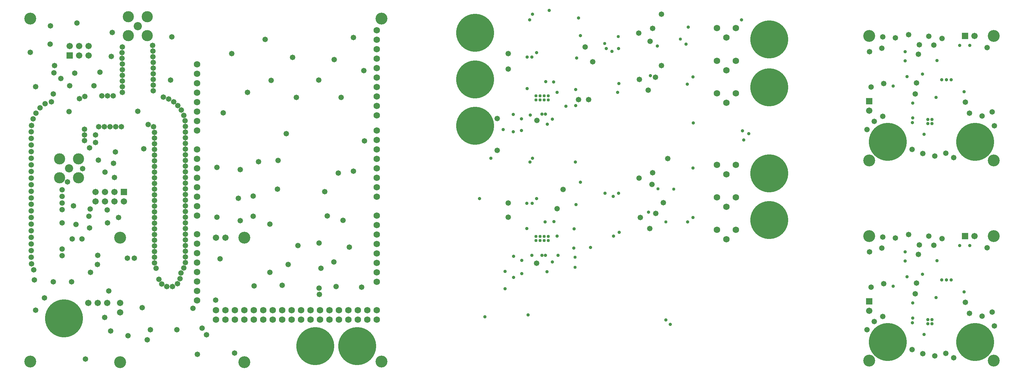
<source format=gbs>
%FSLAX25Y25*%
%MOIN*%
G70*
G01*
G75*
G04 Layer_Color=16711935*
%ADD10O,0.02362X0.05906*%
G04:AMPARAMS|DCode=11|XSize=23.62mil|YSize=35.43mil|CornerRadius=5.91mil|HoleSize=0mil|Usage=FLASHONLY|Rotation=180.000|XOffset=0mil|YOffset=0mil|HoleType=Round|Shape=RoundedRectangle|*
%AMROUNDEDRECTD11*
21,1,0.02362,0.02362,0,0,180.0*
21,1,0.01181,0.03543,0,0,180.0*
1,1,0.01181,-0.00591,0.01181*
1,1,0.01181,0.00591,0.01181*
1,1,0.01181,0.00591,-0.01181*
1,1,0.01181,-0.00591,-0.01181*
%
%ADD11ROUNDEDRECTD11*%
%ADD12R,0.01654X0.03500*%
%ADD13R,0.03543X0.02756*%
G04:AMPARAMS|DCode=14|XSize=23.62mil|YSize=35.43mil|CornerRadius=5.91mil|HoleSize=0mil|Usage=FLASHONLY|Rotation=270.000|XOffset=0mil|YOffset=0mil|HoleType=Round|Shape=RoundedRectangle|*
%AMROUNDEDRECTD14*
21,1,0.02362,0.02362,0,0,270.0*
21,1,0.01181,0.03543,0,0,270.0*
1,1,0.01181,-0.01181,-0.00591*
1,1,0.01181,-0.01181,0.00591*
1,1,0.01181,0.01181,0.00591*
1,1,0.01181,0.01181,-0.00591*
%
%ADD14ROUNDEDRECTD14*%
%ADD15R,0.05906X0.09449*%
%ADD16R,0.09685X0.09095*%
%ADD17O,0.05512X0.01772*%
%ADD18R,0.02756X0.03543*%
G04:AMPARAMS|DCode=19|XSize=31.5mil|YSize=66.93mil|CornerRadius=7.87mil|HoleSize=0mil|Usage=FLASHONLY|Rotation=90.000|XOffset=0mil|YOffset=0mil|HoleType=Round|Shape=RoundedRectangle|*
%AMROUNDEDRECTD19*
21,1,0.03150,0.05118,0,0,90.0*
21,1,0.01575,0.06693,0,0,90.0*
1,1,0.01575,0.02559,0.00787*
1,1,0.01575,0.02559,-0.00787*
1,1,0.01575,-0.02559,-0.00787*
1,1,0.01575,-0.02559,0.00787*
%
%ADD19ROUNDEDRECTD19*%
G04:AMPARAMS|DCode=20|XSize=82.68mil|YSize=137.8mil|CornerRadius=20.67mil|HoleSize=0mil|Usage=FLASHONLY|Rotation=90.000|XOffset=0mil|YOffset=0mil|HoleType=Round|Shape=RoundedRectangle|*
%AMROUNDEDRECTD20*
21,1,0.08268,0.09646,0,0,90.0*
21,1,0.04134,0.13780,0,0,90.0*
1,1,0.04134,0.04823,0.02067*
1,1,0.04134,0.04823,-0.02067*
1,1,0.04134,-0.04823,-0.02067*
1,1,0.04134,-0.04823,0.02067*
%
%ADD20ROUNDEDRECTD20*%
%ADD21C,0.01181*%
%ADD22C,0.00787*%
%ADD23C,0.01969*%
%ADD24C,0.04331*%
%ADD25C,0.07874*%
%ADD26C,0.05512*%
%ADD27C,0.04724*%
%ADD28C,0.05906*%
%ADD29C,0.01000*%
%ADD30C,0.11798*%
%ADD31O,0.09843X0.02953*%
%ADD32O,0.04803X0.01575*%
%ADD33R,0.08661X0.03150*%
%ADD34O,0.01102X0.02520*%
%ADD35O,0.02520X0.01102*%
%ADD36O,0.00984X0.03189*%
%ADD37O,0.03189X0.00984*%
%ADD38R,0.01969X0.01181*%
%ADD39C,0.03937*%
%ADD40C,0.07087*%
%ADD41C,0.11794*%
%ADD42C,0.01102*%
%ADD43R,0.08071X0.08268*%
%ADD44R,0.07185X0.07677*%
%ADD45R,0.02362X0.05906*%
%ADD46R,0.04331X0.06693*%
%ADD47R,0.04449X0.08740*%
%ADD48R,0.03543X0.03150*%
%ADD49R,0.19488X0.10787*%
%ADD50O,0.01772X0.05512*%
%ADD51R,0.04331X0.02362*%
%ADD52R,0.05118X0.02756*%
%ADD53R,0.03500X0.01654*%
G04:AMPARAMS|DCode=54|XSize=31.5mil|YSize=66.93mil|CornerRadius=7.87mil|HoleSize=0mil|Usage=FLASHONLY|Rotation=0.000|XOffset=0mil|YOffset=0mil|HoleType=Round|Shape=RoundedRectangle|*
%AMROUNDEDRECTD54*
21,1,0.03150,0.05118,0,0,0.0*
21,1,0.01575,0.06693,0,0,0.0*
1,1,0.01575,0.00787,-0.02559*
1,1,0.01575,-0.00787,-0.02559*
1,1,0.01575,-0.00787,0.02559*
1,1,0.01575,0.00787,0.02559*
%
%ADD54ROUNDEDRECTD54*%
G04:AMPARAMS|DCode=55|XSize=82.68mil|YSize=137.8mil|CornerRadius=20.67mil|HoleSize=0mil|Usage=FLASHONLY|Rotation=0.000|XOffset=0mil|YOffset=0mil|HoleType=Round|Shape=RoundedRectangle|*
%AMROUNDEDRECTD55*
21,1,0.08268,0.09646,0,0,0.0*
21,1,0.04134,0.13780,0,0,0.0*
1,1,0.04134,0.02067,-0.04823*
1,1,0.04134,-0.02067,-0.04823*
1,1,0.04134,-0.02067,0.04823*
1,1,0.04134,0.02067,0.04823*
%
%ADD55ROUNDEDRECTD55*%
%ADD56R,0.03150X0.03543*%
%ADD57C,0.02756*%
%ADD58C,0.01575*%
%ADD59C,0.02362*%
%ADD60C,0.03150*%
%ADD61C,0.01772*%
%ADD62C,0.03543*%
%ADD63C,0.39370*%
%ADD64C,0.05906*%
%ADD65R,0.05906X0.05906*%
%ADD66R,0.05906X0.05906*%
%ADD67C,0.11811*%
%ADD68C,0.05000*%
%ADD69C,0.02756*%
%ADD70C,0.06000*%
%ADD71C,0.11024*%
%ADD72C,0.07874*%
%ADD73C,0.02559*%
%ADD74C,0.00984*%
%ADD75C,0.00492*%
%ADD76C,0.00394*%
%ADD77O,0.03162X0.06706*%
G04:AMPARAMS|DCode=78|XSize=31.62mil|YSize=43.43mil|CornerRadius=9.91mil|HoleSize=0mil|Usage=FLASHONLY|Rotation=180.000|XOffset=0mil|YOffset=0mil|HoleType=Round|Shape=RoundedRectangle|*
%AMROUNDEDRECTD78*
21,1,0.03162,0.02362,0,0,180.0*
21,1,0.01181,0.04343,0,0,180.0*
1,1,0.01981,-0.00591,0.01181*
1,1,0.01981,0.00591,0.01181*
1,1,0.01981,0.00591,-0.01181*
1,1,0.01981,-0.00591,-0.01181*
%
%ADD78ROUNDEDRECTD78*%
%ADD79R,0.02454X0.04300*%
%ADD80R,0.04343X0.03556*%
G04:AMPARAMS|DCode=81|XSize=31.62mil|YSize=43.43mil|CornerRadius=9.91mil|HoleSize=0mil|Usage=FLASHONLY|Rotation=270.000|XOffset=0mil|YOffset=0mil|HoleType=Round|Shape=RoundedRectangle|*
%AMROUNDEDRECTD81*
21,1,0.03162,0.02362,0,0,270.0*
21,1,0.01181,0.04343,0,0,270.0*
1,1,0.01981,-0.01181,-0.00591*
1,1,0.01981,-0.01181,0.00591*
1,1,0.01981,0.01181,0.00591*
1,1,0.01981,0.01181,-0.00591*
%
%ADD81ROUNDEDRECTD81*%
%ADD82R,0.06706X0.10249*%
%ADD83R,0.10485X0.09894*%
%ADD84O,0.06312X0.02572*%
%ADD85R,0.03556X0.04343*%
G04:AMPARAMS|DCode=86|XSize=39.5mil|YSize=74.93mil|CornerRadius=11.87mil|HoleSize=0mil|Usage=FLASHONLY|Rotation=90.000|XOffset=0mil|YOffset=0mil|HoleType=Round|Shape=RoundedRectangle|*
%AMROUNDEDRECTD86*
21,1,0.03950,0.05118,0,0,90.0*
21,1,0.01575,0.07493,0,0,90.0*
1,1,0.02375,0.02559,0.00787*
1,1,0.02375,0.02559,-0.00787*
1,1,0.02375,-0.02559,-0.00787*
1,1,0.02375,-0.02559,0.00787*
%
%ADD86ROUNDEDRECTD86*%
G04:AMPARAMS|DCode=87|XSize=90.68mil|YSize=145.79mil|CornerRadius=24.67mil|HoleSize=0mil|Usage=FLASHONLY|Rotation=90.000|XOffset=0mil|YOffset=0mil|HoleType=Round|Shape=RoundedRectangle|*
%AMROUNDEDRECTD87*
21,1,0.09068,0.09646,0,0,90.0*
21,1,0.04134,0.14579,0,0,90.0*
1,1,0.04934,0.04823,0.02067*
1,1,0.04934,0.04823,-0.02067*
1,1,0.04934,-0.04823,-0.02067*
1,1,0.04934,-0.04823,0.02067*
%
%ADD87ROUNDEDRECTD87*%
%ADD88O,0.10642X0.03753*%
%ADD89O,0.05603X0.02375*%
%ADD90R,0.09461X0.03950*%
%ADD91O,0.01496X0.02913*%
%ADD92O,0.02913X0.01496*%
%ADD93O,0.01784X0.03989*%
%ADD94O,0.03989X0.01784*%
%ADD95O,0.01575X0.03780*%
%ADD96O,0.03780X0.01575*%
%ADD97R,0.02769X0.01981*%
%ADD98R,0.03162X0.06706*%
%ADD99R,0.05131X0.07493*%
%ADD100R,0.05249X0.09540*%
%ADD101R,0.04343X0.03950*%
%ADD102R,0.20288X0.11587*%
%ADD103O,0.02572X0.06312*%
%ADD104R,0.05131X0.03162*%
%ADD105R,0.05918X0.03556*%
%ADD106R,0.04300X0.02454*%
G04:AMPARAMS|DCode=107|XSize=39.5mil|YSize=74.93mil|CornerRadius=11.87mil|HoleSize=0mil|Usage=FLASHONLY|Rotation=0.000|XOffset=0mil|YOffset=0mil|HoleType=Round|Shape=RoundedRectangle|*
%AMROUNDEDRECTD107*
21,1,0.03950,0.05118,0,0,0.0*
21,1,0.01575,0.07493,0,0,0.0*
1,1,0.02375,0.00787,-0.02559*
1,1,0.02375,-0.00787,-0.02559*
1,1,0.02375,-0.00787,0.02559*
1,1,0.02375,0.00787,0.02559*
%
%ADD107ROUNDEDRECTD107*%
G04:AMPARAMS|DCode=108|XSize=90.68mil|YSize=145.79mil|CornerRadius=24.67mil|HoleSize=0mil|Usage=FLASHONLY|Rotation=0.000|XOffset=0mil|YOffset=0mil|HoleType=Round|Shape=RoundedRectangle|*
%AMROUNDEDRECTD108*
21,1,0.09068,0.09646,0,0,0.0*
21,1,0.04134,0.14579,0,0,0.0*
1,1,0.04934,0.02067,-0.04823*
1,1,0.04934,-0.02067,-0.04823*
1,1,0.04934,-0.02067,0.04823*
1,1,0.04934,0.02067,0.04823*
%
%ADD108ROUNDEDRECTD108*%
%ADD109R,0.03950X0.04343*%
%ADD110C,0.40170*%
%ADD111C,0.06706*%
%ADD112R,0.06706X0.06706*%
%ADD113R,0.06706X0.06706*%
%ADD114C,0.12611*%
%ADD115C,0.05800*%
%ADD116C,0.03556*%
%ADD117C,0.06800*%
%ADD118C,0.11824*%
%ADD119C,0.08674*%
%ADD120C,0.03359*%
D110*
X1168110Y185236D02*
D03*
X1075984D02*
D03*
X514764Y180610D02*
D03*
X204823Y210138D02*
D03*
X470677Y180610D02*
D03*
X950504Y314173D02*
D03*
Y363386D02*
D03*
Y505059D02*
D03*
Y454559D02*
D03*
X639567Y462795D02*
D03*
Y413583D02*
D03*
Y512008D02*
D03*
X1168110Y396850D02*
D03*
X1075984D02*
D03*
D111*
X1167579Y297047D02*
D03*
X1056299Y218051D02*
D03*
X375453Y295374D02*
D03*
X365492D02*
D03*
X268283Y333747D02*
D03*
X258283Y343747D02*
D03*
Y333747D02*
D03*
X248283Y343747D02*
D03*
Y333747D02*
D03*
X238283Y343747D02*
D03*
Y333747D02*
D03*
X250446Y226434D02*
D03*
X240446D02*
D03*
X230446D02*
D03*
X231024Y498189D02*
D03*
Y488189D02*
D03*
X221024Y498189D02*
D03*
Y488189D02*
D03*
X211024Y498189D02*
D03*
X264173Y216378D02*
D03*
Y226378D02*
D03*
X1167579Y508661D02*
D03*
X1056299Y429665D02*
D03*
D112*
X1157579Y297047D02*
D03*
X268283Y343747D02*
D03*
X211024Y488189D02*
D03*
X1157579Y508661D02*
D03*
D113*
X1056299Y228051D02*
D03*
Y439665D02*
D03*
D114*
Y297047D02*
D03*
X1187795D02*
D03*
X1056299Y165551D02*
D03*
X1187795Y165551D02*
D03*
X169291Y526968D02*
D03*
X540453Y526968D02*
D03*
X540453Y164370D02*
D03*
X169291D02*
D03*
X264173Y295374D02*
D03*
X395669D02*
D03*
Y163878D02*
D03*
X264173D02*
D03*
X1056299Y508661D02*
D03*
X1187795D02*
D03*
X1056299Y377165D02*
D03*
X1187795Y377165D02*
D03*
D115*
X1083858Y295177D02*
D03*
X1108071Y277658D02*
D03*
X1181004Y284646D02*
D03*
X1056496Y280413D02*
D03*
X1058268Y243209D02*
D03*
X1104921Y235925D02*
D03*
X1106299Y247441D02*
D03*
X1071653Y246752D02*
D03*
X1054035Y198031D02*
D03*
X1061417Y206791D02*
D03*
X1070571Y212008D02*
D03*
X1125591Y170276D02*
D03*
X1101378Y176969D02*
D03*
X1112992Y172736D02*
D03*
X1137303Y173031D02*
D03*
X1145571Y168504D02*
D03*
X1162106Y215551D02*
D03*
X1157874Y227067D02*
D03*
X1175394Y212402D02*
D03*
X1188386Y202165D02*
D03*
X1186319Y216634D02*
D03*
X1124606Y287402D02*
D03*
X1133366Y294488D02*
D03*
X1109153Y287795D02*
D03*
X1097933Y298622D02*
D03*
X1069488Y284252D02*
D03*
X1070571Y296161D02*
D03*
X1119291Y296949D02*
D03*
X211024Y456201D02*
D03*
X474803Y235531D02*
D03*
X474705Y242126D02*
D03*
X417520Y504921D02*
D03*
X190256Y500098D02*
D03*
X248327Y364665D02*
D03*
X173524Y250886D02*
D03*
X289370Y389272D02*
D03*
X217520Y309547D02*
D03*
X262402Y316732D02*
D03*
X252362Y238976D02*
D03*
X242815Y470472D02*
D03*
X241339Y377362D02*
D03*
X259055Y385925D02*
D03*
X257283Y374114D02*
D03*
X494882Y363878D02*
D03*
X476673Y263189D02*
D03*
X492421Y243799D02*
D03*
X385039Y173425D02*
D03*
X292913Y187303D02*
D03*
X184055Y231791D02*
D03*
X175000Y218701D02*
D03*
X254232Y196850D02*
D03*
X227461Y167224D02*
D03*
X272539Y191634D02*
D03*
X193602Y447539D02*
D03*
X175000Y455217D02*
D03*
X218406Y522539D02*
D03*
X190453Y519291D02*
D03*
X254724Y487008D02*
D03*
X255709Y512500D02*
D03*
X373130Y427362D02*
D03*
X430413Y346752D02*
D03*
X439961Y405413D02*
D03*
X474311Y462205D02*
D03*
X497736Y443602D02*
D03*
X423721Y461811D02*
D03*
X382185Y489961D02*
D03*
X490551Y483760D02*
D03*
X450394Y443602D02*
D03*
X446654Y486122D02*
D03*
X398917Y448917D02*
D03*
X366437Y369587D02*
D03*
X389370Y337205D02*
D03*
X366437Y317126D02*
D03*
X248031Y211221D02*
D03*
X341240Y220866D02*
D03*
X296358Y198130D02*
D03*
X345965Y171949D02*
D03*
X405807Y244488D02*
D03*
X404823Y339469D02*
D03*
X410532Y375787D02*
D03*
X391240Y367421D02*
D03*
X404823Y318012D02*
D03*
X442028Y267224D02*
D03*
X435433Y244980D02*
D03*
X422638Y258661D02*
D03*
X452264Y287106D02*
D03*
X483071Y318504D02*
D03*
X506693Y285433D02*
D03*
X510925Y365748D02*
D03*
X480413Y344193D02*
D03*
X499803Y313780D02*
D03*
X474606Y289665D02*
D03*
X490354Y269685D02*
D03*
X422421Y309724D02*
D03*
X194291Y469587D02*
D03*
X194882Y477362D02*
D03*
X250746Y311234D02*
D03*
X258184Y359147D02*
D03*
X231246Y317934D02*
D03*
X271752Y273622D02*
D03*
X279134D02*
D03*
X216043Y469488D02*
D03*
X350886Y199803D02*
D03*
X355610Y192717D02*
D03*
X240158Y266929D02*
D03*
X238090Y404134D02*
D03*
X202751Y346005D02*
D03*
Y339036D02*
D03*
Y332068D02*
D03*
Y325099D02*
D03*
Y311162D02*
D03*
Y283288D02*
D03*
Y276320D02*
D03*
X212757Y248658D02*
D03*
X193504Y248622D02*
D03*
X172844Y261342D02*
D03*
X170465Y267892D02*
D03*
X170084Y274850D02*
D03*
Y281819D02*
D03*
Y288787D02*
D03*
Y295756D02*
D03*
Y302724D02*
D03*
Y309693D02*
D03*
Y316661D02*
D03*
Y323630D02*
D03*
Y330598D02*
D03*
Y337567D02*
D03*
Y344535D02*
D03*
Y351504D02*
D03*
Y358472D02*
D03*
Y365441D02*
D03*
Y372409D02*
D03*
Y379378D02*
D03*
Y386346D02*
D03*
Y393315D02*
D03*
Y400283D02*
D03*
Y407252D02*
D03*
X170550Y414205D02*
D03*
X172286Y420953D02*
D03*
X175314Y427230D02*
D03*
X179511Y432792D02*
D03*
X184968Y437126D02*
D03*
X191619Y439205D02*
D03*
X226439Y410154D02*
D03*
X226432Y404154D02*
D03*
X226395Y398154D02*
D03*
X224605Y368520D02*
D03*
X208427Y354472D02*
D03*
X318898Y507874D02*
D03*
X298398Y498737D02*
D03*
X299014Y492769D02*
D03*
X299027Y486769D02*
D03*
X299040Y480769D02*
D03*
X299053Y474769D02*
D03*
X299066Y468769D02*
D03*
X299079Y462769D02*
D03*
X299092Y456769D02*
D03*
X299105Y450769D02*
D03*
X266442Y449076D02*
D03*
X266429Y455076D02*
D03*
X266416Y461076D02*
D03*
X266403Y467076D02*
D03*
X266390Y473076D02*
D03*
X266377Y479076D02*
D03*
X266364Y485076D02*
D03*
X266351Y491076D02*
D03*
X266580Y497072D02*
D03*
X309893Y444014D02*
D03*
X315581Y442104D02*
D03*
X320773Y439097D02*
D03*
X325249Y435102D02*
D03*
X328859Y430309D02*
D03*
X331407Y424877D02*
D03*
X332852Y419054D02*
D03*
X333158Y413062D02*
D03*
Y407062D02*
D03*
Y401062D02*
D03*
Y395062D02*
D03*
Y389062D02*
D03*
Y383062D02*
D03*
Y377062D02*
D03*
Y371062D02*
D03*
Y365062D02*
D03*
Y359062D02*
D03*
Y353062D02*
D03*
Y347062D02*
D03*
Y341062D02*
D03*
Y335062D02*
D03*
Y329062D02*
D03*
Y323062D02*
D03*
Y317062D02*
D03*
Y311062D02*
D03*
Y305062D02*
D03*
Y299062D02*
D03*
Y293062D02*
D03*
Y287062D02*
D03*
Y281062D02*
D03*
Y275062D02*
D03*
X333095Y269062D02*
D03*
X331578Y263257D02*
D03*
X328450Y258137D02*
D03*
X327648Y252191D02*
D03*
X324812Y246903D02*
D03*
X319624Y243890D02*
D03*
X313626Y243730D02*
D03*
X308257Y246409D02*
D03*
X305115Y251521D02*
D03*
X302131Y262935D02*
D03*
X300587Y268733D02*
D03*
X300491Y274732D02*
D03*
Y280732D02*
D03*
Y286732D02*
D03*
Y292732D02*
D03*
Y298732D02*
D03*
Y304732D02*
D03*
Y310732D02*
D03*
Y316732D02*
D03*
Y322732D02*
D03*
Y328732D02*
D03*
Y334732D02*
D03*
Y340732D02*
D03*
Y346732D02*
D03*
Y352732D02*
D03*
Y358732D02*
D03*
Y364732D02*
D03*
Y370732D02*
D03*
Y376732D02*
D03*
Y382732D02*
D03*
Y388732D02*
D03*
Y394732D02*
D03*
Y400732D02*
D03*
Y406732D02*
D03*
X299431Y412638D02*
D03*
X293982Y415149D02*
D03*
X265693Y412734D02*
D03*
X259694Y412605D02*
D03*
X253694D02*
D03*
X247694D02*
D03*
X241694D02*
D03*
X221251Y442549D02*
D03*
X226820Y444781D02*
D03*
X244800Y445269D02*
D03*
X250800D02*
D03*
X256801D02*
D03*
X238287Y396063D02*
D03*
X231791Y390551D02*
D03*
X236614Y456004D02*
D03*
X210236Y428839D02*
D03*
X282776Y428937D02*
D03*
X232579Y325886D02*
D03*
X214862Y329232D02*
D03*
X232776Y258661D02*
D03*
X250590Y324606D02*
D03*
X231988Y305610D02*
D03*
X223917Y293996D02*
D03*
X213681D02*
D03*
X240453Y276772D02*
D03*
X201476Y463681D02*
D03*
X169095Y491437D02*
D03*
X317618Y462008D02*
D03*
X287697Y221555D02*
D03*
X324213Y198228D02*
D03*
X522539Y397736D02*
D03*
X431102Y377067D02*
D03*
X521752Y472047D02*
D03*
X510925Y507087D02*
D03*
X391043Y313484D02*
D03*
X369980Y273031D02*
D03*
X365158Y229331D02*
D03*
X519390Y243209D02*
D03*
X704921Y419488D02*
D03*
X726181Y326181D02*
D03*
X674606Y332087D02*
D03*
X830145Y465185D02*
D03*
X827362Y516732D02*
D03*
X830512Y321063D02*
D03*
X813189Y462795D02*
D03*
X822638Y451378D02*
D03*
X824213Y304921D02*
D03*
X763976Y481299D02*
D03*
X662795Y387598D02*
D03*
X826575Y351772D02*
D03*
X827362Y363976D02*
D03*
X704528Y268307D02*
D03*
X843110Y378937D02*
D03*
X812795Y358465D02*
D03*
X838386Y332480D02*
D03*
X674606Y316929D02*
D03*
X749016Y441535D02*
D03*
X674606Y489961D02*
D03*
Y473819D02*
D03*
X836417Y477559D02*
D03*
X824606Y503150D02*
D03*
X812598Y511811D02*
D03*
X836417Y531693D02*
D03*
X759646Y441535D02*
D03*
X755709Y497047D02*
D03*
X732480Y346260D02*
D03*
X662795Y421260D02*
D03*
X814370Y316732D02*
D03*
X1083858Y506791D02*
D03*
X1108071Y489272D02*
D03*
X1181004Y496260D02*
D03*
X1056496Y492028D02*
D03*
X1058268Y454823D02*
D03*
X1104921Y447539D02*
D03*
X1106299Y459055D02*
D03*
X1071653Y458366D02*
D03*
X1054035Y409646D02*
D03*
X1061417Y418405D02*
D03*
X1070571Y423622D02*
D03*
X1125591Y381890D02*
D03*
X1101378Y388583D02*
D03*
X1112992Y384350D02*
D03*
X1137303Y384646D02*
D03*
X1145571Y380118D02*
D03*
X1162106Y427165D02*
D03*
X1157874Y438681D02*
D03*
X1175394Y424016D02*
D03*
X1188386Y413779D02*
D03*
X1186319Y428248D02*
D03*
X1124606Y499016D02*
D03*
X1133366Y506102D02*
D03*
X1109153Y499409D02*
D03*
X1097933Y510236D02*
D03*
X1069488Y495866D02*
D03*
X1070571Y507776D02*
D03*
X1119291Y508563D02*
D03*
D116*
X1122539Y204429D02*
D03*
X1118209D02*
D03*
X1122539Y208760D02*
D03*
X1118209D02*
D03*
X1096358Y254035D02*
D03*
X1127953Y270965D02*
D03*
X1081594Y243996D02*
D03*
X1094094Y270866D02*
D03*
Y280512D02*
D03*
X1112598Y256693D02*
D03*
X1137736Y250846D02*
D03*
X1162598Y287205D02*
D03*
X1151968D02*
D03*
X1142815Y250787D02*
D03*
X1156594Y238090D02*
D03*
X1132776Y250787D02*
D03*
X1102067Y226279D02*
D03*
X1126968Y231988D02*
D03*
X1114075Y193012D02*
D03*
X1101968Y205512D02*
D03*
X1102067Y210531D02*
D03*
X710039Y426181D02*
D03*
X713976Y276575D02*
D03*
X727362D02*
D03*
X746260Y330512D02*
D03*
X694291Y304921D02*
D03*
X713583Y312008D02*
D03*
X713976Y426181D02*
D03*
X721063Y420669D02*
D03*
X745866Y435236D02*
D03*
X735630Y434449D02*
D03*
X761614Y285236D02*
D03*
X786024Y297047D02*
D03*
X688780Y257283D02*
D03*
Y271457D02*
D03*
X791536Y458465D02*
D03*
X862402Y500197D02*
D03*
X688386Y408858D02*
D03*
Y421063D02*
D03*
X832087Y498228D02*
D03*
X825000Y466732D02*
D03*
X823032Y322244D02*
D03*
X695472Y213583D02*
D03*
X715748Y415354D02*
D03*
X923425Y398622D02*
D03*
X928937Y405315D02*
D03*
X649803Y211614D02*
D03*
X704528Y491142D02*
D03*
X669095Y409646D02*
D03*
X644291Y336811D02*
D03*
X704528D02*
D03*
X671063Y259646D02*
D03*
Y241535D02*
D03*
X656102Y379331D02*
D03*
X717913Y535630D02*
D03*
X921063Y525787D02*
D03*
X841043Y208366D02*
D03*
X845965Y203642D02*
D03*
X922244Y408465D02*
D03*
X869882Y316732D02*
D03*
Y369094D02*
D03*
X864764Y517913D02*
D03*
X869882Y465551D02*
D03*
X864370Y312008D02*
D03*
X700197Y379331D02*
D03*
X680118Y275787D02*
D03*
X745472Y375394D02*
D03*
X791929Y300984D02*
D03*
X697441Y375500D02*
D03*
X743898Y284449D02*
D03*
X694685Y452953D02*
D03*
X726181Y449016D02*
D03*
X697047Y525787D02*
D03*
X745866Y452165D02*
D03*
X694685Y486417D02*
D03*
X699606D02*
D03*
X790158Y449016D02*
D03*
X791142Y495276D02*
D03*
X778346D02*
D03*
X748819Y527756D02*
D03*
X746850Y485433D02*
D03*
X784252Y492323D02*
D03*
X750787Y509055D02*
D03*
X722638Y460039D02*
D03*
X714370Y460433D02*
D03*
X863976Y457874D02*
D03*
X700197Y531693D02*
D03*
X679724Y425787D02*
D03*
Y407283D02*
D03*
X791142Y342323D02*
D03*
X776968D02*
D03*
X785630Y339173D02*
D03*
X750984Y354134D02*
D03*
X715551Y259252D02*
D03*
X721063Y269882D02*
D03*
X710039Y276575D02*
D03*
X699409D02*
D03*
X726181Y297047D02*
D03*
X680118Y253346D02*
D03*
X744185Y304815D02*
D03*
X694291Y331693D02*
D03*
X699803D02*
D03*
X723032Y312402D02*
D03*
X697835Y425000D02*
D03*
X870276Y416732D02*
D03*
X1122539Y416043D02*
D03*
X1118209D02*
D03*
X1122539Y420374D02*
D03*
X1118209D02*
D03*
X1096358Y465650D02*
D03*
X1127953Y482579D02*
D03*
X1081594Y455610D02*
D03*
X1094094Y482480D02*
D03*
Y492126D02*
D03*
X1112598Y468307D02*
D03*
X1137736Y462461D02*
D03*
X1162598Y498819D02*
D03*
X1151968D02*
D03*
X1142815Y462402D02*
D03*
X1156594Y449705D02*
D03*
X1132776Y462402D02*
D03*
X1102067Y437894D02*
D03*
X1126968Y443602D02*
D03*
X1114075Y404626D02*
D03*
X1101968Y417126D02*
D03*
X1102067Y422146D02*
D03*
D117*
X535532Y248898D02*
D03*
Y258898D02*
D03*
Y268898D02*
D03*
Y278898D02*
D03*
Y288898D02*
D03*
Y298898D02*
D03*
Y308898D02*
D03*
Y318898D02*
D03*
Y338858D02*
D03*
Y348858D02*
D03*
Y358858D02*
D03*
Y368858D02*
D03*
Y378858D02*
D03*
Y388858D02*
D03*
Y398858D02*
D03*
Y408858D02*
D03*
X345472Y408839D02*
D03*
Y418839D02*
D03*
Y428839D02*
D03*
Y438839D02*
D03*
Y448839D02*
D03*
Y458839D02*
D03*
Y468839D02*
D03*
Y478839D02*
D03*
Y318878D02*
D03*
Y328878D02*
D03*
Y338878D02*
D03*
Y348878D02*
D03*
Y358878D02*
D03*
Y368878D02*
D03*
Y378878D02*
D03*
Y388878D02*
D03*
Y228917D02*
D03*
Y238917D02*
D03*
Y248917D02*
D03*
Y258917D02*
D03*
Y268917D02*
D03*
Y278917D02*
D03*
Y288917D02*
D03*
Y298917D02*
D03*
X535532Y424862D02*
D03*
Y434862D02*
D03*
Y444862D02*
D03*
Y454862D02*
D03*
Y464862D02*
D03*
Y474862D02*
D03*
Y484862D02*
D03*
Y494862D02*
D03*
Y504862D02*
D03*
Y514862D02*
D03*
Y218898D02*
D03*
Y208898D02*
D03*
X525531Y218898D02*
D03*
Y208898D02*
D03*
X515531Y218898D02*
D03*
Y208898D02*
D03*
X505532Y218898D02*
D03*
Y208898D02*
D03*
X495532Y218898D02*
D03*
Y208898D02*
D03*
X485532Y218898D02*
D03*
Y208898D02*
D03*
X475531Y218898D02*
D03*
Y208898D02*
D03*
X465531Y218898D02*
D03*
Y208898D02*
D03*
X455532Y218898D02*
D03*
Y208898D02*
D03*
X445532Y218898D02*
D03*
Y208898D02*
D03*
X435532Y218898D02*
D03*
Y208898D02*
D03*
X425531Y218898D02*
D03*
Y208898D02*
D03*
X415531Y218898D02*
D03*
Y208898D02*
D03*
X405532Y218898D02*
D03*
Y208898D02*
D03*
X395532Y218898D02*
D03*
Y208898D02*
D03*
X385531Y218898D02*
D03*
Y208898D02*
D03*
X375532Y218898D02*
D03*
Y208898D02*
D03*
X365531Y218898D02*
D03*
Y208898D02*
D03*
X915315Y517008D02*
D03*
X905315Y507008D02*
D03*
X895315Y517008D02*
D03*
X915315Y482559D02*
D03*
X905315Y472559D02*
D03*
X895315Y482559D02*
D03*
X915315Y448110D02*
D03*
X905315Y438110D02*
D03*
X895315Y448110D02*
D03*
X915315Y338071D02*
D03*
X905315Y328071D02*
D03*
X895315Y338071D02*
D03*
X915315Y303622D02*
D03*
X905315Y293622D02*
D03*
X895315Y303622D02*
D03*
X915315Y372520D02*
D03*
X905315Y362520D02*
D03*
X895315Y372520D02*
D03*
D118*
X220236Y358701D02*
D03*
X200236D02*
D03*
Y378701D02*
D03*
X220236D02*
D03*
X272973Y528996D02*
D03*
X292973D02*
D03*
Y508996D02*
D03*
X272973D02*
D03*
D119*
X210236Y368701D02*
D03*
X282973Y518996D02*
D03*
D120*
X745079Y263976D02*
D03*
Y274606D02*
D03*
X856496Y505315D02*
D03*
X832874Y347047D02*
D03*
X849409Y346654D02*
D03*
X841142Y312008D02*
D03*
X776575Y500591D02*
D03*
X790748Y508071D02*
D03*
X716732Y296850D02*
D03*
Y292520D02*
D03*
X712402Y296850D02*
D03*
Y292520D02*
D03*
X708071Y296850D02*
D03*
Y292520D02*
D03*
X703740Y296850D02*
D03*
Y292520D02*
D03*
X716732Y445472D02*
D03*
Y441142D02*
D03*
X712402Y445472D02*
D03*
Y441142D02*
D03*
X708071Y445472D02*
D03*
Y441142D02*
D03*
X703740Y445472D02*
D03*
Y441142D02*
D03*
M02*

</source>
